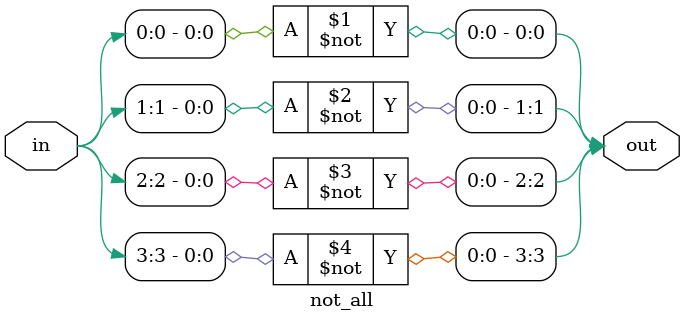
<source format=v>
`timescale 1ns / 1ps
module not_all(
    input [3:0] in,
    output [3:0] out
    );
	 
	 not not0 (out[0], in[0]);
	 not not1 (out[1], in[1]);
	 not not2 (out[2], in[2]);
	 not not3 (out[3], in[3]);


endmodule

</source>
